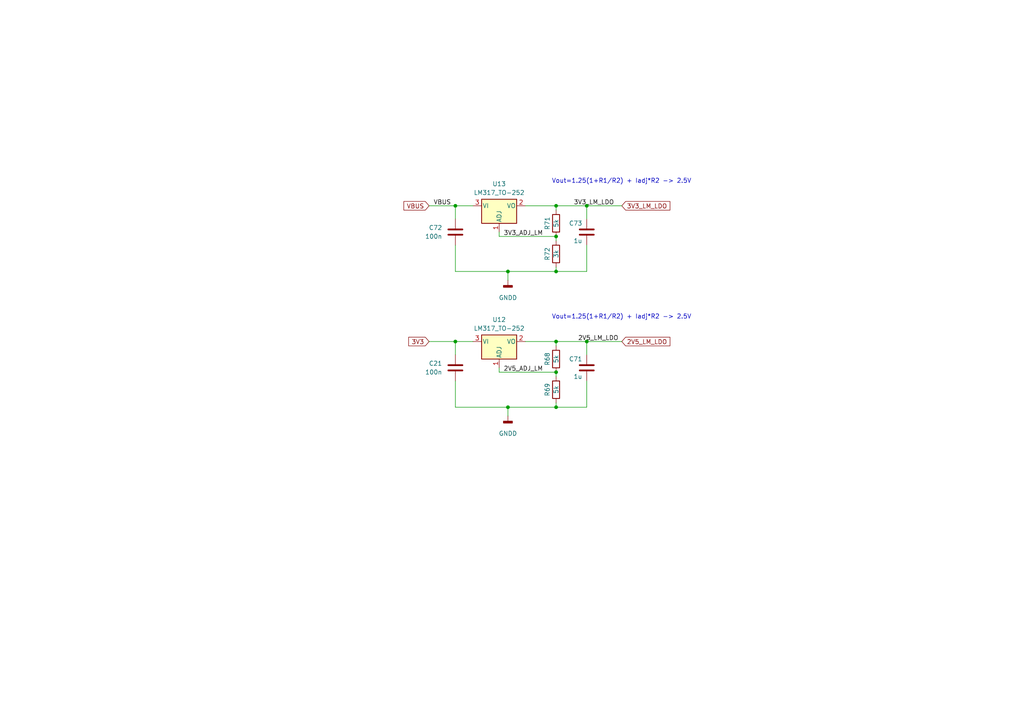
<source format=kicad_sch>
(kicad_sch (version 20230121) (generator eeschema)
  (paper "A4")
  (lib_symbols
    (symbol "Device:C" (pin_numbers hide) (pin_names (offset 0.254))
      (property "Reference" "C" (at 0.635 2.54 0))
      (property "Value" "C" (at 0.635 -2.54 0))
      (symbol "C_0_1"
        (polyline (pts (xy -2.032 -0.762) (xy 2.032 -0.762)) (stroke (width 0.508)))
        (polyline (pts (xy -2.032 0.762) (xy 2.032 0.762)) (stroke (width 0.508)))
      )
      (symbol "C_1_1"
        (pin passive line (at 0 3.81 270) (length 2.794) (name "~") (number "1"))
        (pin passive line (at 0 -3.81 90) (length 2.794) (name "~") (number "2"))
      )
    )
    (symbol "Device:R" (pin_numbers hide) (pin_names (offset 0))
      (property "Reference" "R" (at 2.032 0 90))
      (property "Value" "R" (at 0 0 90))
      (symbol "R_0_1"
        (rectangle (start -1.016 -2.54) (end 1.016 2.54) (stroke (width 0.254)))
      )
      (symbol "R_1_1"
        (pin passive line (at 0 3.81 270) (length 1.27) (name "~") (number "1"))
        (pin passive line (at 0 -3.81 90) (length 1.27) (name "~") (number "2"))
      )
    )
    (symbol "Regulator_Linear:LM317_TO-252" (pin_names (offset 0.254))
      (property "Reference" "U" (at -3.81 3.175 0))
      (property "Value" "LM317_TO-252" (at 0 3.175 0))
      (symbol "LM317_TO-252_0_1"
        (rectangle (start -5.08 1.905) (end 5.08 -5.08) (stroke (width 0.254)) (fill (type background)))
      )
      (symbol "LM317_TO-252_1_1"
        (pin input line (at 0 -7.62 90) (length 2.54) (name "ADJ") (number "1"))
        (pin power_out line (at 7.62 0 180) (length 2.54) (name "VO") (number "2"))
        (pin power_in line (at -7.62 0 0) (length 2.54) (name "VI") (number "3"))
      )
    )
    (symbol "power:GNDD" (power) (pin_names (offset 0))
      (property "Value" "GNDD" (at 0 -3.175 0))
      (symbol "GNDD_0_1"
        (rectangle (start -1.27 -1.524) (end 1.27 -2.032) (stroke (width 0.254)) (fill (type outline)))
        (polyline (pts (xy 0 0) (xy 0 -1.524)))
      )
      (symbol "GNDD_1_1"
        (pin power_in line (at 0 0 270) (length 0) hide (name "GNDD") (number "1"))
      )
    )
  )
  (junction (at 170.18 99.06))
  (junction (at 132.08 59.69))
  (junction (at 161.29 99.06))
  (junction (at 147.32 118.11))
  (junction (at 161.29 78.74))
  (junction (at 161.29 118.11))
  (junction (at 147.32 78.74))
  (junction (at 170.18 59.69))
  (junction (at 161.29 68.58))
  (junction (at 161.29 59.69))
  (junction (at 132.08 99.06))
  (junction (at 161.29 107.95))
  (wire (pts (xy 161.29 78.74) (xy 170.18 78.74)))
  (wire (pts (xy 161.29 99.06) (xy 170.18 99.06)))
  (wire (pts (xy 147.32 78.74) (xy 161.29 78.74)))
  (wire (pts (xy 170.18 78.74) (xy 170.18 71.12)))
  (wire (pts (xy 132.08 59.69) (xy 132.08 63.5)))
  (wire (pts (xy 170.18 118.11) (xy 170.18 110.49)))
  (wire (pts (xy 170.18 99.06) (xy 170.18 102.87)))
  (wire (pts (xy 147.32 118.11) (xy 161.29 118.11)))
  (wire (pts (xy 124.46 99.06) (xy 132.08 99.06)))
  (wire (pts (xy 132.08 59.69) (xy 137.16 59.69)))
  (wire (pts (xy 161.29 99.06) (xy 161.29 100.33)))
  (wire (pts (xy 161.29 116.84) (xy 161.29 118.11)))
  (wire (pts (xy 147.32 78.74) (xy 147.32 81.28)))
  (wire (pts (xy 132.08 99.06) (xy 132.08 102.87)))
  (wire (pts (xy 161.29 59.69) (xy 170.18 59.69)))
  (wire (pts (xy 170.18 59.69) (xy 170.18 63.5)))
  (wire (pts (xy 152.4 99.06) (xy 161.29 99.06)))
  (wire (pts (xy 132.08 71.12) (xy 132.08 78.74)))
  (wire (pts (xy 132.08 118.11) (xy 147.32 118.11)))
  (wire (pts (xy 161.29 68.58) (xy 161.29 69.85)))
  (wire (pts (xy 147.32 118.11) (xy 147.32 120.65)))
  (wire (pts (xy 144.78 68.58) (xy 144.78 67.31)))
  (wire (pts (xy 161.29 107.95) (xy 161.29 109.22)))
  (wire (pts (xy 161.29 77.47) (xy 161.29 78.74)))
  (wire (pts (xy 161.29 59.69) (xy 161.29 60.96)))
  (wire (pts (xy 124.46 59.69) (xy 132.08 59.69)))
  (wire (pts (xy 170.18 59.69) (xy 180.34 59.69)))
  (wire (pts (xy 152.4 59.69) (xy 161.29 59.69)))
  (wire (pts (xy 161.29 68.58) (xy 144.78 68.58)))
  (wire (pts (xy 132.08 110.49) (xy 132.08 118.11)))
  (wire (pts (xy 161.29 118.11) (xy 170.18 118.11)))
  (wire (pts (xy 132.08 78.74) (xy 147.32 78.74)))
  (wire (pts (xy 144.78 107.95) (xy 144.78 106.68)))
  (wire (pts (xy 132.08 99.06) (xy 137.16 99.06)))
  (wire (pts (xy 170.18 99.06) (xy 180.34 99.06)))
  (wire (pts (xy 161.29 107.95) (xy 144.78 107.95)))
  (text "Vout=1.25(1+R1/R2) + Iadj*R2 -> 2.5V\n" (at 160.02 92.71 0) (effects (font (size 1.27 1.27)) (justify left bottom)))
  (text "Vout=1.25(1+R1/R2) + Iadj*R2 -> 2.5V\n" (at 160.02 53.34 0) (effects (font (size 1.27 1.27)) (justify left bottom)))
  (label "3V3_LM_LDO" (at 166.37 59.69 0))
  (label "3V3_ADJ_LM" (at 146.05 68.58 0))
  (label "2V5_ADJ_LM" (at 146.05 107.95 0))
  (label "VBUS" (at 125.73 59.69 0))
  (label "2V5_LM_LDO" (at 167.64 99.06 0))
  (global_label "3V3" (shape input) (at 124.46 99.06 180) (property "Intersheetrefs" "${INTERSHEET_REFS}" (effects hide)))
  (global_label "VBUS" (shape input) (at 124.46 59.69 180) (property "Intersheetrefs" "${INTERSHEET_REFS}" (effects hide)))
  (global_label "2V5_LM_LDO" (shape input) (at 180.34 99.06 0) (property "Intersheetrefs" "${INTERSHEET_REFS}" (effects hide)))
  (global_label "3V3_LM_LDO" (shape input) (at 180.34 59.69 0) (property "Intersheetrefs" "${INTERSHEET_REFS}" (effects hide)))
  (symbol (lib_id "power:GNDD") (at 147.32 81.28 0) (unit 1)
    (property "Reference" "#PWR026" (effects hide))
    (property "Value" "GNDD" (at 147.32 86.36 0))
    (instances (project "la_digital" (path "" (reference "#PWR026") (unit 1)) (path "" (reference "#PWR025") (unit 1))))
  )
  (symbol (lib_id "Regulator_Linear:LM317_TO-252") (at 144.78 59.69 0) (unit 1)
    (property "Reference" "U13" (at 144.78 53.34 0))
    (property "Value" "LM317_TO-252" (at 144.78 55.88 0))
    (property "Footprint" "Package_TO_SOT_SMD:TO-252-2" (effects hide))
    (property "Datasheet" "http://www.ti.com/lit/ds/snvs774n/snvs774n.pdf" (effects hide))
    (instances (project "la_digital" (path "" (reference "U13") (unit 1)) (path "" (reference "U14") (unit 1))))
  )
  (symbol (lib_id "Device:R") (at 161.29 113.03 180) (unit 1)
    (property "Reference" "R69" (at 158.75 113.03 90))
    (property "Value" "5k" (at 161.29 113.03 90))
    (property "Footprint" "Resistor_SMD:R_0402_1005Metric" (effects hide))
    (instances (project "la_digital" (path "" (reference "R69") (unit 1)) (path "" (reference "R58") (unit 1))))
  )
  (symbol (lib_id "Device:R") (at 161.29 104.14 180) (unit 1)
    (property "Reference" "R68" (at 158.75 104.14 90))
    (property "Value" "5k" (at 161.29 104.14 90))
    (property "Footprint" "Resistor_SMD:R_0402_1005Metric" (effects hide))
    (instances (project "la_digital" (path "" (reference "R68") (unit 1)) (path "" (reference "R57") (unit 1))))
  )
  (symbol (lib_id "power:GNDD") (at 147.32 120.65 0) (unit 1)
    (property "Reference" "#PWR023" (effects hide))
    (property "Value" "GNDD" (at 147.32 125.73 0))
    (instances (project "la_digital" (path "" (reference "#PWR023") (unit 1)) (path "" (reference "#PWR028") (unit 1))))
  )
  (symbol (lib_id "Device:R") (at 161.29 73.66 180) (unit 1)
    (property "Reference" "R72" (at 158.75 73.66 90))
    (property "Value" "3k" (at 161.29 73.66 90))
    (property "Footprint" "Resistor_SMD:R_0402_1005Metric" (effects hide))
    (instances (project "la_digital" (path "" (reference "R72") (unit 1)) (path "" (reference "R56") (unit 1))))
  )
  (symbol (lib_id "Regulator_Linear:LM317_TO-252") (at 144.78 99.06 0) (unit 1)
    (property "Reference" "U12" (at 144.78 92.71 0))
    (property "Value" "LM317_TO-252" (at 144.78 95.25 0))
    (property "Footprint" "Package_TO_SOT_SMD:TO-252-2" (effects hide))
    (property "Datasheet" "http://www.ti.com/lit/ds/snvs774n/snvs774n.pdf" (effects hide))
    (instances (project "la_digital" (path "" (reference "U12") (unit 1)) (path "" (reference "U15") (unit 1))))
  )
  (symbol (lib_id "Device:R") (at 161.29 64.77 180) (unit 1)
    (property "Reference" "R71" (at 158.75 64.77 90))
    (property "Value" "5k" (at 161.29 64.77 90))
    (property "Footprint" "Resistor_SMD:R_0402_1005Metric" (effects hide))
    (instances (project "la_digital" (path "" (reference "R71") (unit 1)) (path "" (reference "R50") (unit 1))))
  )
  (symbol (lib_id "Device:C") (at 132.08 106.68 0) (unit 1)
    (property "Reference" "C21" (at 128.27 105.4099 0) (effects (justify right)))
    (property "Value" "100n" (at 128.27 107.9499 0) (effects (justify right)))
    (property "Footprint" "Capacitor_SMD:C_0402_1005Metric" (effects hide))
    (instances (project "la_digital" (path "" (reference "C21") (unit 1)) (path "" (reference "C76") (unit 1))))
  )
  (symbol (lib_id "Device:C") (at 132.08 67.31 0) (unit 1)
    (property "Reference" "C72" (at 128.27 66.0399 0) (effects (justify right)))
    (property "Value" "100n" (at 128.27 68.5799 0) (effects (justify right)))
    (property "Footprint" "Capacitor_SMD:C_0402_1005Metric" (effects hide))
    (instances (project "la_digital" (path "" (reference "C72") (unit 1)) (path "" (reference "C74") (unit 1))))
  )
  (symbol (lib_id "Device:C") (at 170.18 67.31 0) (mirror x) (unit 1)
    (property "Reference" "C73" (at 168.91 64.77 0) (effects (justify right)))
    (property "Value" "1u" (at 168.91 69.85 0) (effects (justify right)))
    (property "Footprint" "Capacitor_SMD:C_0805_2012Metric" (effects hide))
    (instances (project "la_digital" (path "" (reference "C73") (unit 1)) (path "" (reference "C75") (unit 1))))
  )
  (symbol (lib_id "Device:C") (at 170.18 106.68 0) (mirror x) (unit 1)
    (property "Reference" "C71" (at 168.91 104.14 0) (effects (justify right)))
    (property "Value" "1u" (at 168.91 109.22 0) (effects (justify right)))
    (property "Footprint" "Capacitor_SMD:C_0805_2012Metric" (effects hide))
    (instances (project "la_digital" (path "" (reference "C71") (unit 1)) (path "" (reference "C77") (unit 1))))
  )
)
</source>
